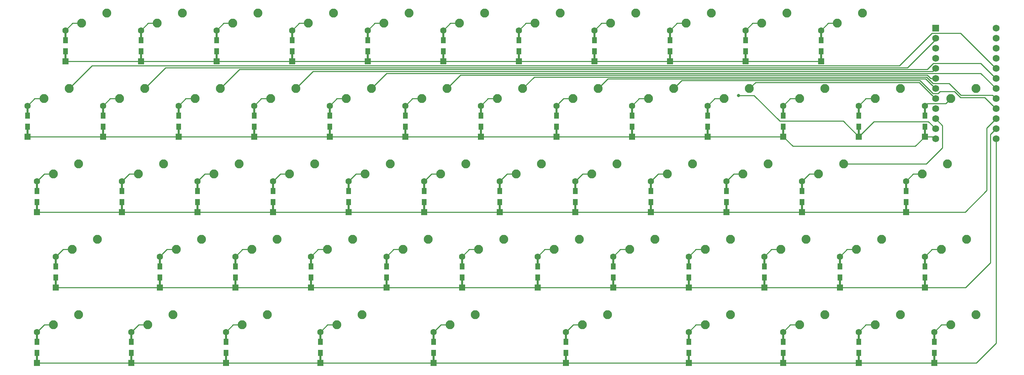
<source format=gbr>
G04 #@! TF.GenerationSoftware,KiCad,Pcbnew,(5.1.5-0-10_14)*
G04 #@! TF.CreationDate,2020-08-31T10:03:10-05:00*
G04 #@! TF.ProjectId,SithZhuyin40,53697468-5a68-4757-9969-6e34302e6b69,rev?*
G04 #@! TF.SameCoordinates,Original*
G04 #@! TF.FileFunction,Copper,L2,Bot*
G04 #@! TF.FilePolarity,Positive*
%FSLAX46Y46*%
G04 Gerber Fmt 4.6, Leading zero omitted, Abs format (unit mm)*
G04 Created by KiCad (PCBNEW (5.1.5-0-10_14)) date 2020-08-31 10:03:10*
%MOMM*%
%LPD*%
G04 APERTURE LIST*
%ADD10C,1.752600*%
%ADD11R,1.752600X1.752600*%
%ADD12C,2.250000*%
%ADD13R,1.600000X1.600000*%
%ADD14C,1.600000*%
%ADD15R,0.500000X2.900000*%
%ADD16R,1.200000X1.600000*%
%ADD17C,0.800000*%
%ADD18C,0.250000*%
G04 APERTURE END LIST*
D10*
X278288750Y-53498750D03*
X263048750Y-81438750D03*
X278288750Y-56038750D03*
X278288750Y-58578750D03*
X278288750Y-61118750D03*
X278288750Y-63658750D03*
X278288750Y-66198750D03*
X278288750Y-68738750D03*
X278288750Y-71278750D03*
X278288750Y-73818750D03*
X278288750Y-76358750D03*
X278288750Y-78898750D03*
X278288750Y-81438750D03*
X263048750Y-78898750D03*
X263048750Y-76358750D03*
X263048750Y-73818750D03*
X263048750Y-71278750D03*
X263048750Y-68738750D03*
X263048750Y-66198750D03*
X263048750Y-63658750D03*
X263048750Y-61118750D03*
X263048750Y-58578750D03*
X263048750Y-56038750D03*
D11*
X263048750Y-53498750D03*
D12*
X273208750Y-125888750D03*
X266858750Y-128428750D03*
X254158750Y-125888750D03*
X247808750Y-128428750D03*
X235108750Y-125888750D03*
X228758750Y-128428750D03*
X211296250Y-125888750D03*
X204946250Y-128428750D03*
X180340000Y-125888750D03*
X173990000Y-128428750D03*
X147002500Y-125888750D03*
X140652500Y-128428750D03*
X118427500Y-125888750D03*
X112077500Y-128428750D03*
X94615000Y-125888750D03*
X88265000Y-128428750D03*
X70802500Y-125888750D03*
X64452500Y-128428750D03*
X46990000Y-125888750D03*
X40640000Y-128428750D03*
X270827500Y-106838750D03*
X264477500Y-109378750D03*
X249396250Y-106838750D03*
X243046250Y-109378750D03*
X230346250Y-106838750D03*
X223996250Y-109378750D03*
X211296250Y-106838750D03*
X204946250Y-109378750D03*
X192246250Y-106838750D03*
X185896250Y-109378750D03*
X173196250Y-106838750D03*
X166846250Y-109378750D03*
X154146250Y-106838750D03*
X147796250Y-109378750D03*
X135096250Y-106838750D03*
X128746250Y-109378750D03*
X116046250Y-106838750D03*
X109696250Y-109378750D03*
X96996250Y-106838750D03*
X90646250Y-109378750D03*
X77946250Y-106838750D03*
X71596250Y-109378750D03*
X51752500Y-106838750D03*
X45402500Y-109378750D03*
X266065000Y-87788750D03*
X259715000Y-90328750D03*
X239871250Y-87788750D03*
X233521250Y-90328750D03*
X220821250Y-87788750D03*
X214471250Y-90328750D03*
X201771250Y-87788750D03*
X195421250Y-90328750D03*
X182721250Y-87788750D03*
X176371250Y-90328750D03*
X163671250Y-87788750D03*
X157321250Y-90328750D03*
X144621250Y-87788750D03*
X138271250Y-90328750D03*
X125571250Y-87788750D03*
X119221250Y-90328750D03*
X106521250Y-87788750D03*
X100171250Y-90328750D03*
X87471250Y-87788750D03*
X81121250Y-90328750D03*
X68421250Y-87788750D03*
X62071250Y-90328750D03*
X46990000Y-87788750D03*
X40640000Y-90328750D03*
X273208750Y-68738750D03*
X266858750Y-71278750D03*
X235108750Y-68738750D03*
X228758750Y-71278750D03*
X216058750Y-68738750D03*
X209708750Y-71278750D03*
X197008750Y-68738750D03*
X190658750Y-71278750D03*
X177958750Y-68738750D03*
X171608750Y-71278750D03*
X158908750Y-68738750D03*
X152558750Y-71278750D03*
X139858750Y-68738750D03*
X133508750Y-71278750D03*
X120808750Y-68738750D03*
X114458750Y-71278750D03*
X101758750Y-68738750D03*
X95408750Y-71278750D03*
X82708750Y-68738750D03*
X76358750Y-71278750D03*
X63658750Y-68738750D03*
X57308750Y-71278750D03*
X44608750Y-68738750D03*
X38258750Y-71278750D03*
X254158750Y-68738750D03*
X247808750Y-71278750D03*
X244633750Y-49688750D03*
X238283750Y-52228750D03*
X225583750Y-49688750D03*
X219233750Y-52228750D03*
X206533750Y-49688750D03*
X200183750Y-52228750D03*
X187483750Y-49688750D03*
X181133750Y-52228750D03*
X168433750Y-49688750D03*
X162083750Y-52228750D03*
X149383750Y-49688750D03*
X143033750Y-52228750D03*
X130333750Y-49688750D03*
X123983750Y-52228750D03*
X111283750Y-49688750D03*
X104933750Y-52228750D03*
X92233750Y-49688750D03*
X85883750Y-52228750D03*
X73183750Y-49688750D03*
X66833750Y-52228750D03*
X54133750Y-49688750D03*
X47783750Y-52228750D03*
D13*
X262731250Y-138043750D03*
D14*
X262731250Y-130243750D03*
D15*
X262731250Y-136643750D03*
D16*
X262731250Y-135543750D03*
X262731250Y-132743750D03*
D15*
X262731250Y-131643750D03*
D13*
X243681250Y-138043750D03*
D14*
X243681250Y-130243750D03*
D15*
X243681250Y-136643750D03*
D16*
X243681250Y-135543750D03*
X243681250Y-132743750D03*
D15*
X243681250Y-131643750D03*
D13*
X224631250Y-138043750D03*
D14*
X224631250Y-130243750D03*
D15*
X224631250Y-136643750D03*
D16*
X224631250Y-135543750D03*
X224631250Y-132743750D03*
D15*
X224631250Y-131643750D03*
D13*
X200818750Y-138043750D03*
D14*
X200818750Y-130243750D03*
D15*
X200818750Y-136643750D03*
D16*
X200818750Y-135543750D03*
X200818750Y-132743750D03*
D15*
X200818750Y-131643750D03*
D13*
X169862500Y-138043750D03*
D14*
X169862500Y-130243750D03*
D15*
X169862500Y-136643750D03*
D16*
X169862500Y-135543750D03*
X169862500Y-132743750D03*
D15*
X169862500Y-131643750D03*
D13*
X136525000Y-138043750D03*
D14*
X136525000Y-130243750D03*
D15*
X136525000Y-136643750D03*
D16*
X136525000Y-135543750D03*
X136525000Y-132743750D03*
D15*
X136525000Y-131643750D03*
D13*
X107950000Y-138043750D03*
D14*
X107950000Y-130243750D03*
D15*
X107950000Y-136643750D03*
D16*
X107950000Y-135543750D03*
X107950000Y-132743750D03*
D15*
X107950000Y-131643750D03*
D13*
X84137500Y-138043750D03*
D14*
X84137500Y-130243750D03*
D15*
X84137500Y-136643750D03*
D16*
X84137500Y-135543750D03*
X84137500Y-132743750D03*
D15*
X84137500Y-131643750D03*
D13*
X60325000Y-138043750D03*
D14*
X60325000Y-130243750D03*
D15*
X60325000Y-136643750D03*
D16*
X60325000Y-135543750D03*
X60325000Y-132743750D03*
D15*
X60325000Y-131643750D03*
D13*
X36512500Y-138043750D03*
D14*
X36512500Y-130243750D03*
D15*
X36512500Y-136643750D03*
D16*
X36512500Y-135543750D03*
X36512500Y-132743750D03*
D15*
X36512500Y-131643750D03*
D13*
X260350000Y-118993750D03*
D14*
X260350000Y-111193750D03*
D15*
X260350000Y-117593750D03*
D16*
X260350000Y-116493750D03*
X260350000Y-113693750D03*
D15*
X260350000Y-112593750D03*
D13*
X238918750Y-118993750D03*
D14*
X238918750Y-111193750D03*
D15*
X238918750Y-117593750D03*
D16*
X238918750Y-116493750D03*
X238918750Y-113693750D03*
D15*
X238918750Y-112593750D03*
D13*
X219868750Y-118993750D03*
D14*
X219868750Y-111193750D03*
D15*
X219868750Y-117593750D03*
D16*
X219868750Y-116493750D03*
X219868750Y-113693750D03*
D15*
X219868750Y-112593750D03*
D13*
X200818750Y-118993750D03*
D14*
X200818750Y-111193750D03*
D15*
X200818750Y-117593750D03*
D16*
X200818750Y-116493750D03*
X200818750Y-113693750D03*
D15*
X200818750Y-112593750D03*
D13*
X181768750Y-118993750D03*
D14*
X181768750Y-111193750D03*
D15*
X181768750Y-117593750D03*
D16*
X181768750Y-116493750D03*
X181768750Y-113693750D03*
D15*
X181768750Y-112593750D03*
D13*
X162718750Y-118993750D03*
D14*
X162718750Y-111193750D03*
D15*
X162718750Y-117593750D03*
D16*
X162718750Y-116493750D03*
X162718750Y-113693750D03*
D15*
X162718750Y-112593750D03*
D13*
X143668750Y-118993750D03*
D14*
X143668750Y-111193750D03*
D15*
X143668750Y-117593750D03*
D16*
X143668750Y-116493750D03*
X143668750Y-113693750D03*
D15*
X143668750Y-112593750D03*
D13*
X124618750Y-118993750D03*
D14*
X124618750Y-111193750D03*
D15*
X124618750Y-117593750D03*
D16*
X124618750Y-116493750D03*
X124618750Y-113693750D03*
D15*
X124618750Y-112593750D03*
D13*
X105568750Y-118993750D03*
D14*
X105568750Y-111193750D03*
D15*
X105568750Y-117593750D03*
D16*
X105568750Y-116493750D03*
X105568750Y-113693750D03*
D15*
X105568750Y-112593750D03*
D13*
X86518750Y-118993750D03*
D14*
X86518750Y-111193750D03*
D15*
X86518750Y-117593750D03*
D16*
X86518750Y-116493750D03*
X86518750Y-113693750D03*
D15*
X86518750Y-112593750D03*
D13*
X67468750Y-118993750D03*
D14*
X67468750Y-111193750D03*
D15*
X67468750Y-117593750D03*
D16*
X67468750Y-116493750D03*
X67468750Y-113693750D03*
D15*
X67468750Y-112593750D03*
D13*
X41275000Y-118993750D03*
D14*
X41275000Y-111193750D03*
D15*
X41275000Y-117593750D03*
D16*
X41275000Y-116493750D03*
X41275000Y-113693750D03*
D15*
X41275000Y-112593750D03*
D13*
X255587500Y-99943750D03*
D14*
X255587500Y-92143750D03*
D15*
X255587500Y-98543750D03*
D16*
X255587500Y-97443750D03*
X255587500Y-94643750D03*
D15*
X255587500Y-93543750D03*
D13*
X229393750Y-99943750D03*
D14*
X229393750Y-92143750D03*
D15*
X229393750Y-98543750D03*
D16*
X229393750Y-97443750D03*
X229393750Y-94643750D03*
D15*
X229393750Y-93543750D03*
D13*
X210343750Y-99943750D03*
D14*
X210343750Y-92143750D03*
D15*
X210343750Y-98543750D03*
D16*
X210343750Y-97443750D03*
X210343750Y-94643750D03*
D15*
X210343750Y-93543750D03*
D13*
X191293750Y-99943750D03*
D14*
X191293750Y-92143750D03*
D15*
X191293750Y-98543750D03*
D16*
X191293750Y-97443750D03*
X191293750Y-94643750D03*
D15*
X191293750Y-93543750D03*
D13*
X172243750Y-99943750D03*
D14*
X172243750Y-92143750D03*
D15*
X172243750Y-98543750D03*
D16*
X172243750Y-97443750D03*
X172243750Y-94643750D03*
D15*
X172243750Y-93543750D03*
D13*
X153193750Y-99943750D03*
D14*
X153193750Y-92143750D03*
D15*
X153193750Y-98543750D03*
D16*
X153193750Y-97443750D03*
X153193750Y-94643750D03*
D15*
X153193750Y-93543750D03*
D13*
X134143750Y-99943750D03*
D14*
X134143750Y-92143750D03*
D15*
X134143750Y-98543750D03*
D16*
X134143750Y-97443750D03*
X134143750Y-94643750D03*
D15*
X134143750Y-93543750D03*
D13*
X115093750Y-99943750D03*
D14*
X115093750Y-92143750D03*
D15*
X115093750Y-98543750D03*
D16*
X115093750Y-97443750D03*
X115093750Y-94643750D03*
D15*
X115093750Y-93543750D03*
D13*
X96043750Y-99943750D03*
D14*
X96043750Y-92143750D03*
D15*
X96043750Y-98543750D03*
D16*
X96043750Y-97443750D03*
X96043750Y-94643750D03*
D15*
X96043750Y-93543750D03*
D13*
X76993750Y-99943750D03*
D14*
X76993750Y-92143750D03*
D15*
X76993750Y-98543750D03*
D16*
X76993750Y-97443750D03*
X76993750Y-94643750D03*
D15*
X76993750Y-93543750D03*
D13*
X57943750Y-99943750D03*
D14*
X57943750Y-92143750D03*
D15*
X57943750Y-98543750D03*
D16*
X57943750Y-97443750D03*
X57943750Y-94643750D03*
D15*
X57943750Y-93543750D03*
D13*
X36512500Y-99943750D03*
D14*
X36512500Y-92143750D03*
D15*
X36512500Y-98543750D03*
D16*
X36512500Y-97443750D03*
X36512500Y-94643750D03*
D15*
X36512500Y-93543750D03*
D13*
X260350000Y-80893750D03*
D14*
X260350000Y-73093750D03*
D15*
X260350000Y-79493750D03*
D16*
X260350000Y-78393750D03*
X260350000Y-75593750D03*
D15*
X260350000Y-74493750D03*
D13*
X224631250Y-80893750D03*
D14*
X224631250Y-73093750D03*
D15*
X224631250Y-79493750D03*
D16*
X224631250Y-78393750D03*
X224631250Y-75593750D03*
D15*
X224631250Y-74493750D03*
D13*
X205581250Y-80893750D03*
D14*
X205581250Y-73093750D03*
D15*
X205581250Y-79493750D03*
D16*
X205581250Y-78393750D03*
X205581250Y-75593750D03*
D15*
X205581250Y-74493750D03*
D13*
X186531250Y-80893750D03*
D14*
X186531250Y-73093750D03*
D15*
X186531250Y-79493750D03*
D16*
X186531250Y-78393750D03*
X186531250Y-75593750D03*
D15*
X186531250Y-74493750D03*
D13*
X167481250Y-80893750D03*
D14*
X167481250Y-73093750D03*
D15*
X167481250Y-79493750D03*
D16*
X167481250Y-78393750D03*
X167481250Y-75593750D03*
D15*
X167481250Y-74493750D03*
D13*
X148431250Y-80893750D03*
D14*
X148431250Y-73093750D03*
D15*
X148431250Y-79493750D03*
D16*
X148431250Y-78393750D03*
X148431250Y-75593750D03*
D15*
X148431250Y-74493750D03*
D13*
X129381250Y-80893750D03*
D14*
X129381250Y-73093750D03*
D15*
X129381250Y-79493750D03*
D16*
X129381250Y-78393750D03*
X129381250Y-75593750D03*
D15*
X129381250Y-74493750D03*
D13*
X110331250Y-80893750D03*
D14*
X110331250Y-73093750D03*
D15*
X110331250Y-79493750D03*
D16*
X110331250Y-78393750D03*
X110331250Y-75593750D03*
D15*
X110331250Y-74493750D03*
D13*
X91281250Y-80893750D03*
D14*
X91281250Y-73093750D03*
D15*
X91281250Y-79493750D03*
D16*
X91281250Y-78393750D03*
X91281250Y-75593750D03*
D15*
X91281250Y-74493750D03*
D13*
X72231250Y-80893750D03*
D14*
X72231250Y-73093750D03*
D15*
X72231250Y-79493750D03*
D16*
X72231250Y-78393750D03*
X72231250Y-75593750D03*
D15*
X72231250Y-74493750D03*
D13*
X53181250Y-80893750D03*
D14*
X53181250Y-73093750D03*
D15*
X53181250Y-79493750D03*
D16*
X53181250Y-78393750D03*
X53181250Y-75593750D03*
D15*
X53181250Y-74493750D03*
D13*
X34131250Y-80893750D03*
D14*
X34131250Y-73093750D03*
D15*
X34131250Y-79493750D03*
D16*
X34131250Y-78393750D03*
X34131250Y-75593750D03*
D15*
X34131250Y-74493750D03*
D13*
X243681250Y-80893750D03*
D14*
X243681250Y-73093750D03*
D15*
X243681250Y-79493750D03*
D16*
X243681250Y-78393750D03*
X243681250Y-75593750D03*
D15*
X243681250Y-74493750D03*
D13*
X234156250Y-61843750D03*
D14*
X234156250Y-54043750D03*
D15*
X234156250Y-60443750D03*
D16*
X234156250Y-59343750D03*
X234156250Y-56543750D03*
D15*
X234156250Y-55443750D03*
D13*
X215106250Y-61843750D03*
D14*
X215106250Y-54043750D03*
D15*
X215106250Y-60443750D03*
D16*
X215106250Y-59343750D03*
X215106250Y-56543750D03*
D15*
X215106250Y-55443750D03*
D13*
X196056250Y-61843750D03*
D14*
X196056250Y-54043750D03*
D15*
X196056250Y-60443750D03*
D16*
X196056250Y-59343750D03*
X196056250Y-56543750D03*
D15*
X196056250Y-55443750D03*
D13*
X177006250Y-61843750D03*
D14*
X177006250Y-54043750D03*
D15*
X177006250Y-60443750D03*
D16*
X177006250Y-59343750D03*
X177006250Y-56543750D03*
D15*
X177006250Y-55443750D03*
D13*
X157956250Y-61843750D03*
D14*
X157956250Y-54043750D03*
D15*
X157956250Y-60443750D03*
D16*
X157956250Y-59343750D03*
X157956250Y-56543750D03*
D15*
X157956250Y-55443750D03*
D13*
X138906250Y-61843750D03*
D14*
X138906250Y-54043750D03*
D15*
X138906250Y-60443750D03*
D16*
X138906250Y-59343750D03*
X138906250Y-56543750D03*
D15*
X138906250Y-55443750D03*
D13*
X119856250Y-61843750D03*
D14*
X119856250Y-54043750D03*
D15*
X119856250Y-60443750D03*
D16*
X119856250Y-59343750D03*
X119856250Y-56543750D03*
D15*
X119856250Y-55443750D03*
D13*
X100806250Y-61843750D03*
D14*
X100806250Y-54043750D03*
D15*
X100806250Y-60443750D03*
D16*
X100806250Y-59343750D03*
X100806250Y-56543750D03*
D15*
X100806250Y-55443750D03*
D13*
X81756250Y-61843750D03*
D14*
X81756250Y-54043750D03*
D15*
X81756250Y-60443750D03*
D16*
X81756250Y-59343750D03*
X81756250Y-56543750D03*
D15*
X81756250Y-55443750D03*
D13*
X62706250Y-61843750D03*
D14*
X62706250Y-54043750D03*
D15*
X62706250Y-60443750D03*
D16*
X62706250Y-59343750D03*
X62706250Y-56543750D03*
D15*
X62706250Y-55443750D03*
D13*
X43656250Y-61843750D03*
D14*
X43656250Y-54043750D03*
D15*
X43656250Y-60443750D03*
D16*
X43656250Y-59343750D03*
X43656250Y-56543750D03*
D15*
X43656250Y-55443750D03*
D17*
X213360000Y-70485000D03*
D18*
X43656250Y-61843750D02*
X234156250Y-61843750D01*
X223774000Y-76962000D02*
X239776000Y-76962000D01*
X243681250Y-80867250D02*
X243681250Y-80893750D01*
X239776000Y-76962000D02*
X243681250Y-80867250D01*
X217297000Y-70485000D02*
X223774000Y-76962000D01*
X213360000Y-70485000D02*
X217297000Y-70485000D01*
X247486000Y-77089000D02*
X261239000Y-77089000D01*
X261239000Y-77089000D02*
X263048750Y-78898750D01*
X243681250Y-80893750D02*
X247486000Y-77089000D01*
X45471250Y-52228750D02*
X43656250Y-54043750D01*
X47783750Y-52228750D02*
X45471250Y-52228750D01*
X64521250Y-52228750D02*
X62706250Y-54043750D01*
X66833750Y-52228750D02*
X64521250Y-52228750D01*
X83571250Y-52228750D02*
X81756250Y-54043750D01*
X85883750Y-52228750D02*
X83571250Y-52228750D01*
X102621250Y-52228750D02*
X100806250Y-54043750D01*
X104933750Y-52228750D02*
X102621250Y-52228750D01*
X121671250Y-52228750D02*
X119856250Y-54043750D01*
X123983750Y-52228750D02*
X121671250Y-52228750D01*
X140721250Y-52228750D02*
X138906250Y-54043750D01*
X143033750Y-52228750D02*
X140721250Y-52228750D01*
X159771250Y-52228750D02*
X157956250Y-54043750D01*
X162083750Y-52228750D02*
X159771250Y-52228750D01*
X178821250Y-52228750D02*
X177006250Y-54043750D01*
X181133750Y-52228750D02*
X178821250Y-52228750D01*
X197871250Y-52228750D02*
X196056250Y-54043750D01*
X200183750Y-52228750D02*
X197871250Y-52228750D01*
X216921250Y-52228750D02*
X215106250Y-54043750D01*
X219233750Y-52228750D02*
X216921250Y-52228750D01*
X235971250Y-52228750D02*
X234156250Y-54043750D01*
X238283750Y-52228750D02*
X235971250Y-52228750D01*
X245496250Y-71278750D02*
X243681250Y-73093750D01*
X247808750Y-71278750D02*
X245496250Y-71278750D01*
X34131250Y-80893750D02*
X224631250Y-80893750D01*
X260350000Y-80899000D02*
X260350000Y-80893750D01*
X227076000Y-83312000D02*
X257937000Y-83312000D01*
X224657750Y-80893750D02*
X227076000Y-83312000D01*
X257937000Y-83312000D02*
X260350000Y-80899000D01*
X224631250Y-80893750D02*
X224657750Y-80893750D01*
X262503750Y-80893750D02*
X263048750Y-81438750D01*
X260350000Y-80893750D02*
X262503750Y-80893750D01*
X35946250Y-71278750D02*
X34131250Y-73093750D01*
X38258750Y-71278750D02*
X35946250Y-71278750D01*
X54996250Y-71278750D02*
X53181250Y-73093750D01*
X57308750Y-71278750D02*
X54996250Y-71278750D01*
X74046250Y-71278750D02*
X72231250Y-73093750D01*
X76358750Y-71278750D02*
X74046250Y-71278750D01*
X93096250Y-71278750D02*
X91281250Y-73093750D01*
X95408750Y-71278750D02*
X93096250Y-71278750D01*
X112146250Y-71278750D02*
X110331250Y-73093750D01*
X114458750Y-71278750D02*
X112146250Y-71278750D01*
X131196250Y-71278750D02*
X129381250Y-73093750D01*
X133508750Y-71278750D02*
X131196250Y-71278750D01*
X150246250Y-71278750D02*
X148431250Y-73093750D01*
X152558750Y-71278750D02*
X150246250Y-71278750D01*
X169296250Y-71278750D02*
X168281249Y-72293751D01*
X168281249Y-72293751D02*
X167481250Y-73093750D01*
X171608750Y-71278750D02*
X169296250Y-71278750D01*
X188346250Y-71278750D02*
X186531250Y-73093750D01*
X190658750Y-71278750D02*
X188346250Y-71278750D01*
X207396250Y-71278750D02*
X205581250Y-73093750D01*
X209708750Y-71278750D02*
X207396250Y-71278750D01*
X226446250Y-71278750D02*
X224631250Y-73093750D01*
X228758750Y-71278750D02*
X226446250Y-71278750D01*
X260926750Y-72517000D02*
X260350000Y-73093750D01*
X265620500Y-72517000D02*
X260926750Y-72517000D01*
X266858750Y-71278750D02*
X265620500Y-72517000D01*
X36512500Y-99943750D02*
X255587500Y-99943750D01*
X275971000Y-78676500D02*
X278288750Y-76358750D01*
X275971000Y-94488000D02*
X275971000Y-78676500D01*
X270515250Y-99943750D02*
X275971000Y-94488000D01*
X255587500Y-99943750D02*
X270515250Y-99943750D01*
X38327500Y-90328750D02*
X36512500Y-92143750D01*
X40640000Y-90328750D02*
X38327500Y-90328750D01*
X59758750Y-90328750D02*
X57943750Y-92143750D01*
X62071250Y-90328750D02*
X59758750Y-90328750D01*
X78808750Y-90328750D02*
X76993750Y-92143750D01*
X81121250Y-90328750D02*
X78808750Y-90328750D01*
X97858750Y-90328750D02*
X96043750Y-92143750D01*
X100171250Y-90328750D02*
X97858750Y-90328750D01*
X116908750Y-90328750D02*
X115093750Y-92143750D01*
X119221250Y-90328750D02*
X116908750Y-90328750D01*
X135958750Y-90328750D02*
X134143750Y-92143750D01*
X138271250Y-90328750D02*
X135958750Y-90328750D01*
X155008750Y-90328750D02*
X153193750Y-92143750D01*
X157321250Y-90328750D02*
X155008750Y-90328750D01*
X174058750Y-90328750D02*
X172243750Y-92143750D01*
X176371250Y-90328750D02*
X174058750Y-90328750D01*
X193108750Y-90328750D02*
X191293750Y-92143750D01*
X195421250Y-90328750D02*
X193108750Y-90328750D01*
X212158750Y-90328750D02*
X210343750Y-92143750D01*
X214471250Y-90328750D02*
X212158750Y-90328750D01*
X231208750Y-90328750D02*
X229393750Y-92143750D01*
X233521250Y-90328750D02*
X231208750Y-90328750D01*
X257402500Y-90328750D02*
X255587500Y-92143750D01*
X259715000Y-90328750D02*
X257402500Y-90328750D01*
X41275000Y-118993750D02*
X260350000Y-118993750D01*
X270642250Y-118993750D02*
X276860000Y-112776000D01*
X276860000Y-80327500D02*
X278288750Y-78898750D01*
X276860000Y-112776000D02*
X276860000Y-80327500D01*
X260350000Y-118993750D02*
X270642250Y-118993750D01*
X43090000Y-109378750D02*
X41275000Y-111193750D01*
X45402500Y-109378750D02*
X43090000Y-109378750D01*
X68268749Y-110393751D02*
X67468750Y-111193750D01*
X69283750Y-109378750D02*
X68268749Y-110393751D01*
X71596250Y-109378750D02*
X69283750Y-109378750D01*
X88333750Y-109378750D02*
X86518750Y-111193750D01*
X90646250Y-109378750D02*
X88333750Y-109378750D01*
X107383750Y-109378750D02*
X105568750Y-111193750D01*
X109696250Y-109378750D02*
X107383750Y-109378750D01*
X126433750Y-109378750D02*
X124618750Y-111193750D01*
X128746250Y-109378750D02*
X126433750Y-109378750D01*
X145483750Y-109378750D02*
X143668750Y-111193750D01*
X147796250Y-109378750D02*
X145483750Y-109378750D01*
X164533750Y-109378750D02*
X162718750Y-111193750D01*
X166846250Y-109378750D02*
X164533750Y-109378750D01*
X183583750Y-109378750D02*
X181768750Y-111193750D01*
X185896250Y-109378750D02*
X183583750Y-109378750D01*
X202633750Y-109378750D02*
X200818750Y-111193750D01*
X204946250Y-109378750D02*
X202633750Y-109378750D01*
X221683750Y-109378750D02*
X219868750Y-111193750D01*
X223996250Y-109378750D02*
X221683750Y-109378750D01*
X240733750Y-109378750D02*
X238918750Y-111193750D01*
X243046250Y-109378750D02*
X240733750Y-109378750D01*
X262165000Y-109378750D02*
X260350000Y-111193750D01*
X264477500Y-109378750D02*
X262165000Y-109378750D01*
X36512500Y-138043750D02*
X262731250Y-138043750D01*
X262731250Y-138043750D02*
X273309250Y-138043750D01*
X278288750Y-133064250D02*
X278288750Y-81438750D01*
X273309250Y-138043750D02*
X278288750Y-133064250D01*
X38327500Y-128428750D02*
X36512500Y-130243750D01*
X40640000Y-128428750D02*
X38327500Y-128428750D01*
X62140000Y-128428750D02*
X60325000Y-130243750D01*
X64452500Y-128428750D02*
X62140000Y-128428750D01*
X85952500Y-128428750D02*
X84137500Y-130243750D01*
X88265000Y-128428750D02*
X85952500Y-128428750D01*
X109765000Y-128428750D02*
X107950000Y-130243750D01*
X112077500Y-128428750D02*
X109765000Y-128428750D01*
X137324999Y-129443751D02*
X136525000Y-130243750D01*
X138340000Y-128428750D02*
X137324999Y-129443751D01*
X140652500Y-128428750D02*
X138340000Y-128428750D01*
X171677500Y-128428750D02*
X169862500Y-130243750D01*
X173990000Y-128428750D02*
X171677500Y-128428750D01*
X202633750Y-128428750D02*
X200818750Y-130243750D01*
X204946250Y-128428750D02*
X202633750Y-128428750D01*
X226446250Y-128428750D02*
X224631250Y-130243750D01*
X228758750Y-128428750D02*
X226446250Y-128428750D01*
X245496250Y-128428750D02*
X243681250Y-130243750D01*
X247808750Y-128428750D02*
X245496250Y-128428750D01*
X264546250Y-128428750D02*
X262731250Y-130243750D01*
X266858750Y-128428750D02*
X264546250Y-128428750D01*
X277412451Y-62782451D02*
X278288750Y-63658750D01*
X44608750Y-68738750D02*
X50366520Y-62980980D01*
X269367000Y-54737000D02*
X277412451Y-62782451D01*
X262128000Y-54737000D02*
X269367000Y-54737000D01*
X50366520Y-62980980D02*
X253884020Y-62980980D01*
X253884020Y-62980980D02*
X262128000Y-54737000D01*
X255974010Y-63430990D02*
X263048750Y-56356250D01*
X263048750Y-56356250D02*
X263048750Y-56038750D01*
X68966510Y-63430990D02*
X255974010Y-63430990D01*
X63658750Y-68738750D02*
X68966510Y-63430990D01*
X277412451Y-65322451D02*
X278288750Y-66198750D01*
X274447000Y-62357000D02*
X277412451Y-65322451D01*
X262509000Y-62357000D02*
X274447000Y-62357000D01*
X260985000Y-63881000D02*
X262509000Y-62357000D01*
X87566500Y-63881000D02*
X260985000Y-63881000D01*
X82708750Y-68738750D02*
X87566500Y-63881000D01*
X106108500Y-64389000D02*
X262318500Y-64389000D01*
X262318500Y-64389000D02*
X263048750Y-63658750D01*
X101758750Y-68738750D02*
X106108500Y-64389000D01*
X274447000Y-64897000D02*
X278288750Y-68738750D01*
X124650500Y-64897000D02*
X274447000Y-64897000D01*
X120808750Y-68738750D02*
X124650500Y-64897000D01*
X260957736Y-65347011D02*
X261809475Y-66198750D01*
X143250489Y-65347011D02*
X260957736Y-65347011D01*
X261809475Y-66198750D02*
X263048750Y-66198750D01*
X139858750Y-68738750D02*
X143250489Y-65347011D01*
X161850478Y-65797022D02*
X260743432Y-65797022D01*
X262383410Y-67437000D02*
X266447410Y-67437000D01*
X260743432Y-65797022D02*
X262383410Y-67437000D01*
X266447410Y-67437000D02*
X269412861Y-70402451D01*
X269412861Y-70402451D02*
X277412451Y-70402451D01*
X277412451Y-70402451D02*
X278288750Y-71278750D01*
X158908750Y-68738750D02*
X161850478Y-65797022D01*
X177958750Y-68738750D02*
X180450467Y-66247033D01*
X180450467Y-66247033D02*
X260557033Y-66247033D01*
X262172451Y-67862451D02*
X263048750Y-68738750D01*
X260557033Y-66247033D02*
X262172451Y-67862451D01*
X269367000Y-70993000D02*
X275463000Y-70993000D01*
X197008750Y-68738750D02*
X199050456Y-66697044D01*
X259103454Y-66697044D02*
X262383410Y-69977000D01*
X199050456Y-66697044D02*
X259103454Y-66697044D01*
X262383410Y-69977000D02*
X263652000Y-69977000D01*
X277412451Y-72942451D02*
X278288750Y-73818750D01*
X263652000Y-69977000D02*
X264160000Y-69469000D01*
X264160000Y-69469000D02*
X267843000Y-69469000D01*
X267843000Y-69469000D02*
X269367000Y-70993000D01*
X275463000Y-70993000D02*
X277412451Y-72942451D01*
X216058750Y-68738750D02*
X217650445Y-67147055D01*
X217650445Y-67147055D02*
X258917055Y-67147055D01*
X258917055Y-67147055D02*
X262172451Y-70402451D01*
X262172451Y-70402451D02*
X263048750Y-71278750D01*
X239871250Y-87788750D02*
X260699250Y-87788750D01*
X260699250Y-87788750D02*
X264795000Y-83693000D01*
X264795000Y-78105000D02*
X263048750Y-76358750D01*
X264795000Y-83693000D02*
X264795000Y-78105000D01*
M02*

</source>
